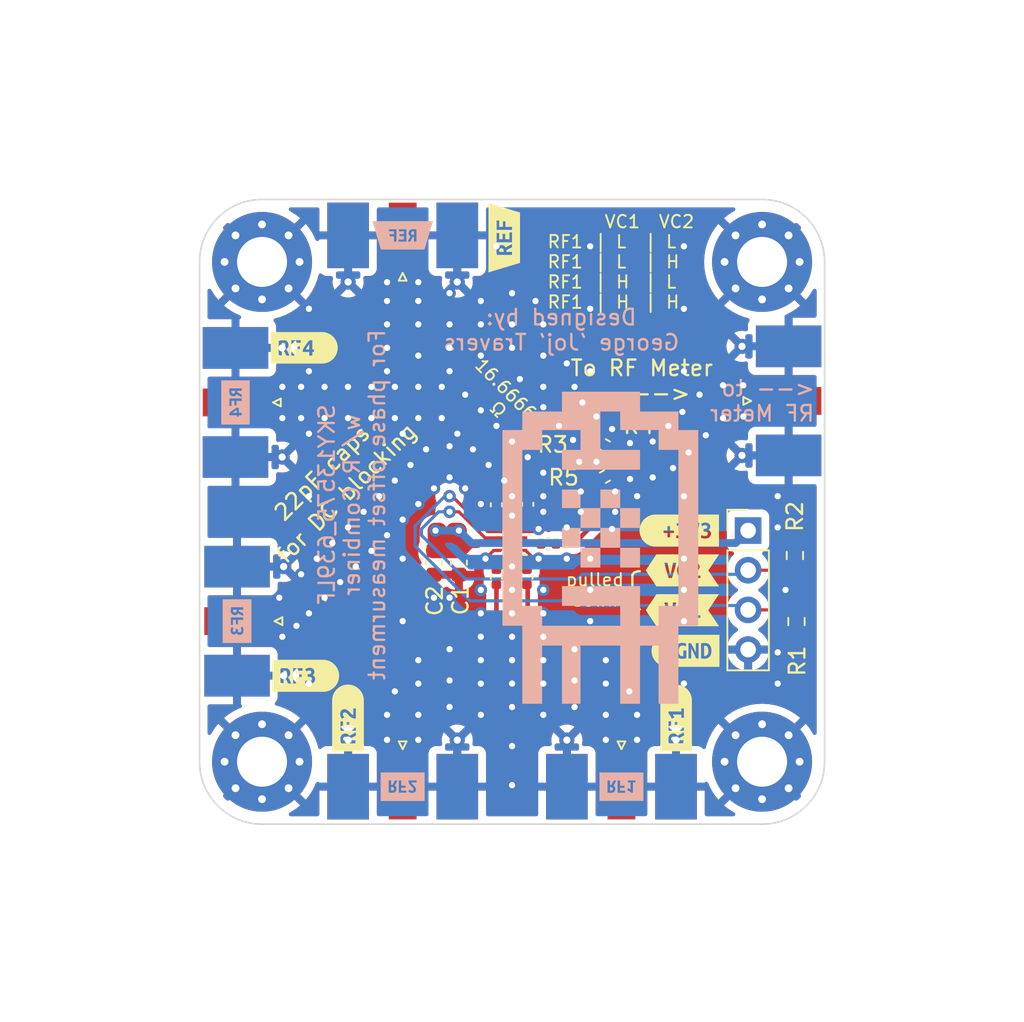
<source format=kicad_pcb>
(kicad_pcb (version 20211014) (generator pcbnew)

  (general
    (thickness 1.594)
  )

  (paper "A4")
  (layers
    (0 "F.Cu" jumper)
    (1 "In1.Cu" signal)
    (2 "In2.Cu" signal)
    (31 "B.Cu" signal)
    (32 "B.Adhes" user "B.Adhesive")
    (33 "F.Adhes" user "F.Adhesive")
    (34 "B.Paste" user)
    (35 "F.Paste" user)
    (36 "B.SilkS" user "B.Silkscreen")
    (37 "F.SilkS" user "F.Silkscreen")
    (38 "B.Mask" user)
    (39 "F.Mask" user)
    (40 "Dwgs.User" user "User.Drawings")
    (41 "Cmts.User" user "User.Comments")
    (42 "Eco1.User" user "User.Eco1")
    (43 "Eco2.User" user "User.Eco2")
    (44 "Edge.Cuts" user)
    (45 "Margin" user)
    (46 "B.CrtYd" user "B.Courtyard")
    (47 "F.CrtYd" user "F.Courtyard")
    (48 "B.Fab" user)
    (49 "F.Fab" user)
    (50 "User.1" user)
    (51 "User.2" user)
    (52 "User.3" user)
    (53 "User.4" user)
    (54 "User.5" user)
    (55 "User.6" user)
    (56 "User.7" user)
    (57 "User.8" user)
    (58 "User.9" user)
  )

  (setup
    (stackup
      (layer "F.SilkS" (type "Top Silk Screen") (color "White"))
      (layer "F.Paste" (type "Top Solder Paste"))
      (layer "F.Mask" (type "Top Solder Mask") (color "Purple") (thickness 0.01))
      (layer "F.Cu" (type "copper") (thickness 0.035))
      (layer "dielectric 1" (type "core") (thickness 0.49) (material "FR4") (epsilon_r 4.5) (loss_tangent 0.02))
      (layer "In1.Cu" (type "copper") (thickness 0.017))
      (layer "dielectric 2" (type "prepreg") (thickness 0.49) (material "FR4") (epsilon_r 4.5) (loss_tangent 0.02))
      (layer "In2.Cu" (type "copper") (thickness 0.017))
      (layer "dielectric 3" (type "core") (thickness 0.49) (material "FR4") (epsilon_r 4.5) (loss_tangent 0.02))
      (layer "B.Cu" (type "copper") (thickness 0.035))
      (layer "B.Mask" (type "Bottom Solder Mask") (color "Purple") (thickness 0.01))
      (layer "B.Paste" (type "Bottom Solder Paste"))
      (layer "B.SilkS" (type "Bottom Silk Screen") (color "White"))
      (copper_finish "None")
      (dielectric_constraints no)
    )
    (pad_to_mask_clearance 0)
    (pcbplotparams
      (layerselection 0x00010fc_ffffffff)
      (disableapertmacros false)
      (usegerberextensions false)
      (usegerberattributes true)
      (usegerberadvancedattributes true)
      (creategerberjobfile true)
      (svguseinch false)
      (svgprecision 6)
      (excludeedgelayer true)
      (plotframeref false)
      (viasonmask false)
      (mode 1)
      (useauxorigin false)
      (hpglpennumber 1)
      (hpglpenspeed 20)
      (hpglpendiameter 15.000000)
      (dxfpolygonmode true)
      (dxfimperialunits true)
      (dxfusepcbnewfont true)
      (psnegative false)
      (psa4output false)
      (plotreference true)
      (plotvalue true)
      (plotinvisibletext false)
      (sketchpadsonfab false)
      (subtractmaskfromsilk false)
      (outputformat 1)
      (mirror false)
      (drillshape 0)
      (scaleselection 1)
      (outputdirectory "gerbers")
    )
  )

  (net 0 "")
  (net 1 "+3V3")
  (net 2 "GND")
  (net 3 "2")
  (net 4 "Net-(C3-Pad2)")
  (net 5 "3")
  (net 6 "Net-(C4-Pad2)")
  (net 7 "Net-(C5-Pad1)")
  (net 8 "Net-(C5-Pad2)")
  (net 9 "4")
  (net 10 "Net-(C6-Pad2)")
  (net 11 "5")
  (net 12 "Net-(C7-Pad2)")
  (net 13 "VC1")
  (net 14 "VC2")
  (net 15 "1 (REF)")
  (net 16 "Net-(R3-Pad2)")
  (net 17 "Net-(J6-Pad1)")

  (footprint "kibuzzard-62EA5950" (layer "F.Cu") (at 215.5 31.45 90))

  (footprint "kibuzzard-62EA58B8" (layer "F.Cu") (at 226.9 55.3))

  (footprint "kibuzzard-63088E40" (layer "F.Cu") (at 205.5 62.2 90))

  (footprint "MountingHole:MountingHole_3.2mm_M3_Pad_Via" (layer "F.Cu") (at 232 33))

  (footprint "kibuzzard-62EA58A6" (layer "F.Cu") (at 227.1 57.9))

  (footprint "kibuzzard-63088E11" (layer "F.Cu") (at 226.5 62.2 90))

  (footprint "Capacitor_SMD:C_0402_1005Metric" (layer "F.Cu") (at 217 48.52 -90))

  (footprint "Capacitor_SMD:C_0402_1005Metric" (layer "F.Cu") (at 218.33 51.05))

  (footprint "Capacitor_SMD:C_0402_1005Metric" (layer "F.Cu") (at 215 53.18 90))

  (footprint "Resistor_SMD:R_0402_1005Metric" (layer "F.Cu") (at 223.86 45.75))

  (footprint "Connector_Coaxial:SMA_Molex_73251-2120_EdgeMount_Horizontal" (layer "F.Cu") (at 209 66.6 -90))

  (footprint "kibuzzard-63088E55" (layer "F.Cu") (at 202.8 59.5))

  (footprint "MountingHole:MountingHole_3.2mm_M3_Pad_Via" (layer "F.Cu") (at 200 33))

  (footprint "kibuzzard-63088E6B" (layer "F.Cu") (at 202.7 38.5))

  (footprint "Capacitor_SMD:C_0603_1608Metric" (layer "F.Cu") (at 212.6 52.25 -90))

  (footprint "Connector_Coaxial:SMA_Molex_73251-2120_EdgeMount_Horizontal" (layer "F.Cu") (at 209 31.3 90))

  (footprint "kibuzzard-62EA58C1" (layer "F.Cu") (at 226.9 52.75))

  (footprint "kibuzzard-62EA5893" (layer "F.Cu") (at 226.7 50.2))

  (footprint "MountingHole:MountingHole_3.2mm_M3_Pad_Via" (layer "F.Cu") (at 200 65))

  (footprint "RF:Skyworks_SKY13575_639LF" (layer "F.Cu") (at 216 50.87 180))

  (footprint "Connector_PinHeader_2.54mm:PinHeader_1x04_P2.54mm_Vertical" (layer "F.Cu") (at 231.106673 50.2))

  (footprint "Connector_Coaxial:SMA_Molex_73251-2120_EdgeMount_Horizontal" (layer "F.Cu") (at 233.7 41.9))

  (footprint "Capacitor_SMD:C_0402_1005Metric" (layer "F.Cu") (at 216.95 53.18 90))

  (footprint "Connector_Coaxial:SMA_Molex_73251-2120_EdgeMount_Horizontal" (layer "F.Cu") (at 223 66.6 -90))

  (footprint "Resistor_SMD:R_0402_1005Metric" (layer "F.Cu") (at 221.941673 44.755 -30))

  (footprint "Capacitor_SMD:C_0402_1005Metric" (layer "F.Cu") (at 215 48.55 -90))

  (footprint "Resistor_SMD:R_0603_1608Metric" (layer "F.Cu") (at 234.1 51.8 -90))

  (footprint "Capacitor_SMD:C_0603_1608Metric" (layer "F.Cu") (at 211 52.25 -90))

  (footprint "MountingHole:MountingHole_3.2mm_M3_Pad_Via" (layer "F.Cu") (at 232 65))

  (footprint "Connector_Coaxial:SMA_Molex_73251-2120_EdgeMount_Horizontal" (layer "F.Cu") (at 198.3 42 180))

  (footprint "Resistor_SMD:R_0603_1608Metric" (layer "F.Cu") (at 234.2 56.025 90))

  (footprint "Resistor_SMD:R_0402_1005Metric" (layer "F.Cu") (at 221.941673 46.745 30))

  (footprint "Connector_Coaxial:SMA_Molex_73251-2120_EdgeMount_Horizontal" (layer "F.Cu") (at 198.4 56 180))

  (footprint "kibuzzard-630892BB" (layer "B.Cu") (at 223 66.6))

  (footprint "Graphics:BEE" (layer "B.Cu") (at 221.65 51.3 180))

  (footprint "kibuzzard-630892D6" (layer "B.Cu") (at 209 66.6))

  (footprint "kibuzzard-63089270" (layer "B.Cu") (at 209 31.3 180))

  (footprint "kibuzzard-630892ED" (layer "B.Cu") (at 198.3 42 -90))

  (footprint "kibuzzard-630892E1" (layer "B.Cu") (at 198.4 56 -90))

  (gr_line (start 196 33) (end 196 65) (layer "Edge.Cuts") (width 0.1) (tstamp 3998dc9e-7b31-44da-ab3c-54318f1db859))
  (gr_arc (start 236 65) (mid 234.828427 67.828427) (end 232 69) (layer "Edge.Cuts") (width 0.1) (tstamp 5ce28a3d-ad76-4f11-8e73-46475ad6ee17))
  (gr_arc (start 196 33) (mid 197.171573 30.171573) (end 200 29) (layer "Edge.Cuts") (width 0.1) (tstamp 6ea13b63-3185-4073-9e61-3050f4643760))
  (gr_arc (start 200 69) (mid 197.171573 67.828427) (end 196 65) (layer "Edge.Cuts") (width 0.1) (tstamp 94920d4f-fe03-4fd5-9ec5-17917dc209f3))
  (gr_arc (start 232 29) (mid 234.828427 30.171573) (end 236 33) (layer "Edge.Cuts") (width 0.1) (tstamp 9e33a3d6-f1b5-4d14-adfd-76a59635b5e6))
  (gr_line (start 232 69) (end 200 69) (layer "Edge.Cuts") (width 0.1) (tstamp a57af9a1-066a-4889-8885-6649fcb0584f))
  (gr_line (start 236 33) (end 236 65) (layer "Edge.Cuts") (width 0.1) (tstamp d04b08c7-6a1f-4ee9-b649-e16eba3d10e5))
  (gr_line (start 200 29) (end 232 29) (layer "Edge.Cuts") (width 0.1) (tstamp f6f6a073-4e4b-421f-b04b-481957bb5dff))
  (gr_text "<-- to \nRF Meter" (at 232 41.9) (layer "B.SilkS") (tstamp 95527efb-8412-4866-af0c-1234e8e39a80)
    (effects (font (size 1 1) (thickness 0.15)) (justify mirror))
  )
  (gr_text "Designed by:\nGeorge 'Joj' Travers" (at 219.15 37.35) (layer "B.SilkS") (tstamp cc5fabb2-a37f-4232-84ad-70072800c032)
    (effects (font (size 1 1) (thickness 0.15)) (justify mirror))
  )
  (gr_text "SKY13575_639LF\nw/ R Combiner\nFor phase offset measurment" (at 205.75 48.55 90) (layer "B.SilkS") (tstamp f298b884-17b4-4424-9ca3-ef43244d2c7a)
    (effects (font (size 1 1) (thickness 0.15)) (justify mirror))
  )
  (gr_text "22pF caps" (at 203.85 46.5 45) (layer "F.SilkS") (tstamp 1f5effcc-6ff8-4d86-8883-37cb32f032e2)
    (effects (font (size 1 1) (thickness 0.15)))
  )
  (gr_text "pulled\ndown" (at 221.3 54) (layer "F.SilkS") (tstamp 3a69f885-c4ef-41c6-a210-84dd59d7f2a3)
    (effects (font (size 0.8 0.8) (thickness 0.12)))
  )
  (gr_text "for DC blocking\n" (at 205.4 47.8 45) (layer "F.SilkS") (tstamp 52ba0c7f-c134-48c6-a4c7-0821cb4c13cc)
    (effects (font (size 1 1) (thickness 0.15)))
  )
  (gr_text "16.6666...\nΩ" (at 215.55 42 315) (layer "F.SilkS") (tstamp 98dce703-9dc0-4afb-ab17-229165dfeb98)
    (effects (font (size 0.8 0.8) (thickness 0.12)))
  )
  (gr_text "To RF Meter\n---->" (at 224.3 40.6) (layer "F.SilkS") (tstamp a32039c6-2c9a-445d-af62-18f7085afbc6)
    (effects (font (size 1 1) (thickness 0.15)))
  )
  (gr_text "      VC1  VC2\nRF1	| L	| L\nRF1	| L	| H\nRF1	| H	| L\nRF1	| H	| H" (at 218.2 33) (layer "F.SilkS") (tstamp c84a9632-b465-487d-8f1a-dfe8852b10ba)
    (effects (font (size 0.8 0.8) (thickness 0.12)) (justify left))
  )
  (gr_text "{" (at 223.7 53.9) (layer "F.SilkS") (tstamp ebac0680-6c52-451a-ace6-a78c53c7ac7d)
    (effects (font (size 1.6 2.5) (thickness 0.15)))
  )

  (segment (start 213.005 51.07) (end 213.78 51.07) (width 0.5) (layer "F.Cu") (net 1) (tstamp 012268fc-6686-4df6-85b4-c4092a2d6999))
  (segment (start 212.6 51.475) (end 213.005 51.07) (width 1) (layer "F.Cu") (net 1) (tstamp 3a218f8d-2fd0-4f46-ac65-e4882e31e4c2))
  (segment (start 211.1 51.375) (end 211 51.475) (width 1) (layer "F.Cu") (net 1) (tstamp 3ebc2cd3-9c56-46ef-a651-31fd440b33ea))
  (segment (start 215.07 51.07) (end 215.0695 51.0695) (width 0.2) (layer "F.Cu") (net 1) (tstamp 4ae2ca0b-cfc3-489f-b8dd-0e49a3eafa97))
  (segment (start 211.325 50.2) (end 212.6 51.475) (width 1) (layer "F.Cu") (net 1) (tstamp 5a893204-fa1d-4770-a27a-379266860f24))
  (segment (start 211.1 50.2) (end 211.1 51.375) (width 1) (layer "F.Cu") (net 1) (tstamp 5aa54319-13d9-46f1-880d-a9136faf2327))
  (segment (start 211.1 50.2) (end 211.325 50.2) (width 1) (layer "F.Cu") (net 1) (tstamp 90e4896c-d187-4981-90df-0aab2b236d31))
  (segment (start 212.6 50.2) (end 212.6 51.475) (width 1) (layer "F.Cu") (net 1) (tstamp a145ae44-c7d4-424e-acd7-54fbaf96eb64))
  (segment (start 212.6 50.2) (end 212.275 50.2) (width 1) (layer "F.Cu") (net 1) (tstamp b08f37fb-9524-4644-a28d-57b016079b92))
  (segment (start 215.228 51.07) (end 213.92 51.07) (width 0.2) (layer "F.Cu") (net 1) (tstamp bd28e9cf-9b69-4574-abdb-87d104571a0e))
  (segment (start 212.6 51.475) (end 211 51.475) (width 1) (layer "F.Cu") (net 1) (tstamp d9c6f7ae-7385-46ae-a461-752729b08fa2))
  (segment (start 213.92 51.07) (end 213.78 51.07) (width 0.2) (layer "F.Cu") (net 1) (tstamp dd0e9123-2464-4835-9bb2-c96dce7c33bf))
  (segment (start 212.275 50.2) (end 211 51.475) (width 1) (layer "F.Cu") (net 1) (tstamp e0881201-a753-4531-b97b-4c2f5e47a2f6))
  (segment (start 212.6 51.475) (end 212.825 51.25) (width 0.5) (layer "F.Cu") (net 1) (tstamp e8291981-9d46-4e1a-a8fa-fcd0df263b8c))
  (segment (start 215.228 51.07) (end 215.07 51.07) (width 0.2) (layer "F.Cu") (net 1) (tstamp eca987e9-313e-4721-97de-ecc1c4e35eb2))
  (via (at 212.6 50.2) (size 0.8) (drill 0.4) (layers "F.Cu" "B.Cu") (free) (net 1) (tstamp 1b8d8bc1-4f2e-4501-8438-1a4b93377fc8))
  (via (at 211.1 50.2) (size 0.8) (drill 0.4) (layers "F.Cu" "B.Cu") (free) (net 1) (tstamp ddbdc4b8-0f7c-4034-a885-d40bfc8a1284))
  (segment (start 211.1 50.2) (end 212.6 50.2) (width 0.5) (layer "B.Cu") (net 1) (tstamp 19a00be9-a5d1-416f-8b4b-30ee690c46dd))
  (segment (start 230.306673 51) (end 231.106673 50.2) (width 0.5) (layer "B.Cu") (net 1) (tstamp 254a9178-d73e-4452-9487-7c26170c86cb))
  (segment (start 212.6 50.2) (end 213.4 51) (width 0.5) (layer "B.Cu") (net 1) (tstamp 6d55165d-9776-4c31-b093-70c4e14afe4f))
  (segment (start 213.4 51) (end 230.306673 51) (width 0.5) (layer "B.Cu") (net 1) (tstamp ba4fe843-d30c-4dbc-aa4b-0ca253c4adfb))
  (segment (start 216 50.87) (end 216 51.642) (width 0.2) (layer "F.Cu") (net 2) (tstamp 1b2fdd7f-525c-47e2-9a26-d3e410155653))
  (segment (start 217.532 50.268) (end 217.7 50.1) (width 0.2) (layer "F.Cu") (net 2) (tstamp 2934886d-7016-4ba8-a26f-b19c23b5cc52))
  (segment (start 216.866 50.268) (end 217.532 50.268) (width 0.2) (layer "F.Cu") (net 2) (tstamp 650b0955-b17e-41ce-b1c5-0af548e32da7))
  (segment (start 216 51.642) (end 216 52.5) (width 0.2) (layer "F.Cu") (net 2) (tstamp 7ddc6a9d-5d1d-41e2-b9a4-3f0f93bab3e4))
  (segment (start 215.128 51.47) (end 214.83 51.47) (width 0.2) (layer "F.Cu") (net 2) (tstamp 86460793-718d-4830-b3ba-87ca7513d922))
  (segment (start 216 49.25) (end 216 50.098) (width 0.2) (layer "F.Cu") (net 2) (tstamp 8cbbaf91-ccdb-41f9-862d-7f3a892ba1d1))
  (segment (start 214.83 51.47) (end 214.3 52) (width 0.2) (layer "F.Cu") (net 2) (tstamp 8fbcbc16-546e-4ab2-a054-2d942751a032))
  (segment (start 216 50.87) (end 216 50.098) (width 0.2) (layer "F.Cu") (net 2) (tstamp 917b000a-a18f-4a64-a780-62e0595db609))
  (segment (start 216.2 50.67) (end 216.772 50.67) (width 0.2) (layer "F.Cu") (net 2) (tstamp a8f5055d-04b1-447d-9ff6-779ca17d1016))
  (segment (start 217.7 52) (end 217.395 52) (width 0.2) (layer "F.Cu") (net 2) (tstamp aa0714cf-e37c-44fd-88b7-25fd422edf82))
  (segment (start 216 50.87) (end 216.2 50.67) (width 0.2) (layer "F.Cu") (net 2) (tstamp d2a556ef-9a00-4a95-8130-46464cb7dcb0))
  (segment (start 217.395 52) (end 216.866 51.471) (width 0.2) (layer "F.Cu") (net 2) (tstamp d340e135-1d3f-482c-a753-467588eaca45))
  (via (at 227 36) (size 0.8) (drill 0.4) (layers "F.Cu" "B.Cu") (free) (net 2) (tstamp 00fecde9-3a73-4265-8a21-a317b21f85d8))
  (via (at 222.4 43.7) (size 0.8) (drill 0.4) (layers "F.Cu" "B.Cu") (free) (net 2) (tstamp 058cb416-3110-4ca2-a5c7-25fd0d4cf472))
  (via (at 221 32) (size 0.8) (drill 0.4) (layers "F.Cu" "B.Cu") (free) (net 2) (tstamp 08445f36-01bc-4668-8d28-c0c2f74c1133))
  (via (at 223.55 46.9) (size 0.8) (drill 0.4) (layers "F.Cu" "B.Cu") (free) (net 2) (tstamp 0a93d9fb-34d1-4fef-932c-42bd240ec7b9))
  (via (at 217.7 50.1) (size 0.8) (drill 0.4) (layers "F.Cu" "B.Cu") (free) (net 2) (tstamp 0ad2b623-a2c8-4b0c-9c8c-c3aeafc98bc6))
  (via (at 220 41) (size 0.8) (drill 0.4) (layers "F.Cu" "B.Cu") (free) (net 2) (tstamp 0ba4f1c6-6494-4422-be1d-83b023f8eb82))
  (via locked (at 216 54) (size 0.8) (drill 0.4) (layers "F.Cu" "B.Cu") (free) (net 2) (tstamp 1341cd6c-5789-4df1-b016-7e8e41105160))
  (via (at 218 62) (size 0.8) (drill 0.4) (layers "F.Cu" "B.Cu") (free) (net 2) (tstamp 1716b898-e66f-46bd-bee9-93a6b4a4f037))
  (via (at 220 57.8) (size 0.8) (drill 0.4) (layers "F.Cu" "B.Cu") (free) (net 2) (tstamp 18cc154f-ba80-4057-81c3-4290304b5fda))
  (via (at 210 58.5) (size 0.8) (drill 0.4) (layers "F.Cu" "B.Cu") (free) (net 2) (tstamp 1915f54d-da6e-4165-8fa2-7c6f2816d55b))
  (via locked (at 214 48.5) (size 0.8) (drill 0.4) (layers "F.Cu" "B.Cu") (free) (net 2) (tstamp 19a2a29a-5c4d-48be-8768-ed1c2bc70556))
  (via (at 224 48) (size 0.8) (drill 0.4) (layers "F.Cu" "B.Cu") (free) (net 2) (tstamp 1b44b85d-f406-493c-b386-e6cc2fdbf5bd))
  (via locked (at 205.5 43) (size 0.8) (drill 0.4) (layers "F.Cu" "B.Cu") (free) (net 2) (tstamp 1b98a9c9-780a-4280-8613-e06c8a6542a7))
  (via (at 206.5 49) (size 0.8) (drill 0.4) (layers "F.Cu" "B.Cu") (free) (net 2) (tstamp 1c98b871-00e6-41be-84d9-0be5c3362a80))
  (via locked (at 211.5 43) (size 0.8) (drill 0.4) (layers "F.Cu" "B.Cu") (free) (net 2) (tstamp 1f78e17f-9c8f-46fb-b7a8-3492e30e2836))
  (via (at 205.5 50) (size 0.8) (drill 0.4) (layers "F.Cu" "B.Cu") (free) (net 2) (tstamp 2117f550-e61c-447a-89ae-70610be58a21))
  (via (at 216 66.5) (size 0.8) (drill 0.4) (layers "F.Cu" "B.Cu") (free) (net 2) (tstamp 24f723f9-809a-47f2-b54c-b3898d76c4ce))
  (via (at 233 48) (size 0.8) (drill 0.4) (layers "F.Cu" "B.Cu") (free) (net 2) (tstamp 255512c3-5073-41b3-956c-d12ce5d8aacf))
  (via locked (at 204 41) (size 0.8) (drill 0.4) (layers "F.Cu" "B.Cu") (free) (net 2) (tstamp 2598cc34-98d0-4020-8b04-cabe01b13658))
  (via (at 217 45.5) (size 0.8) (drill 0.4) (layers "F.Cu" "B.Cu") (free) (net 2) (tstamp 2a08f103-d0b9-4ca2-b83e-a8fc91329683))
  (via (at 225 46.8) (size 0.8) (drill 0.4) (layers "F.Cu" "B.Cu") (free) (net 2) (tstamp 2a90d3fd-8bfc-4cfd-a1e0-5d4d003e9464))
  (via (at 210 39) (size 0.8) (drill 0.4) (layers "F.Cu" "B.Cu") (free) (net 2) (tstamp 2c245652-8dfe-4146-9a43-7c1d1d67832b))
  (via (at 221 56) (size 0.8) (drill 0.4) (layers "F.Cu" "B.Cu") (free) (net 2) (tstamp 2d98257d-8c8d-42c5-b7f6-4b33c63c49e3))
  (via (at 227.3 45.2) (size 0.8) (drill 0.4) (layers "F.Cu" "B.Cu") (free) (net 2) (tstamp 31bbd525-83b6-412d-a6d2-3545c4036c0e))
  (via locked (at 216 55.5) (size 0.8) (drill 0.4) (layers "F.Cu" "B.Cu") (free) (net 2) (tstamp 32969468-aaa1-44bb-ada4-7a32e0f041d4))
  (via (at 218 42.3) (size 0.8) (drill 0.4) (layers "F.Cu" "B.Cu") (free) (net 2) (tstamp 3329956b-100e-4d45-983d-07793442e7ca))
  (via (at 220.4 49) (size 0.8) (drill 0.4) (layers "F.Cu" "B.Cu") (free) (net 2) (tstamp 372a209e-987e-4529-87e0-dfd368857911))
  (via locked (at 205.5 41) (size 0.8) (drill 0.4) (layers "F.Cu" "B.Cu") (free) (net 2) (tstamp 378f88a8-6c14-40a4-aa65-02da4cbe7481))
  (via (at 219.5 39.5) (size 0.8) (drill 0.4) (layers "F.Cu" "B.Cu") (free) (net 2) (tstamp 39bf9596-a440-4860-97cd-1823ddb99479))
  (via (at 233 50) (size 0.8) (drill 0.4) (layers "F.Cu" "B.Cu") (free) (net 2) (tstamp 3b125daf-3a2b-4d6f-b655-0d3f87559548))
  (via locked (at 214 57) (size 0.8) (drill 0.4) (layers "F.Cu" "B.Cu") (free) (net 2) (tstamp 3b470c73-c719-4f84-89f2-4aa97414be8e))
  (via (at 208 37) (size 0.8) (drill 0.4) (layers "F.Cu" "B.Cu") (free) (net 2) (tstamp 3cee44e4-bf19-47a8-86f3-858e4d0987c1))
  (via (at 216 44.5) (size 0.8) (drill 0.4) (layers "F.Cu" "B.Cu") (free) (net 2) (tstamp 3f05fe49-40df-4738-aaab-4a2c80dae190))
  (via (at 209 49.5) (size 0.8) (drill 0.4) (layers "F.Cu" "B.Cu") (free) (net 2) (tstamp 406e2c3c-4b49-4eaf-8a2e-86ee008e22e3))
  (via (at 217.5 35.5) (size 0.8) (drill 0.4) (layers "F.Cu" "B.Cu") (free) (net 2) (tstamp 40d9a8a9-d0c4-43f4-98e0-c48223aebc1a))
  (via (at 216 52.5) (size 0.8) (drill 0.4) (layers "F.Cu" "B.Cu") (free) (net 2) (tstamp 40ddd1a0-6d10-4958-9f8a-3b6c253f7f80))
  (via (at 227 32) (size 0.8) (drill 0.4) (layers "F.Cu" "B.Cu") (free) (net 2) (tstamp 41d396c0-b9ff-4bdf-bd86-fc22ef761e94))
  (via (at 216 61.5) (size 0.8) (drill 0.4) (layers "F.Cu" "B.Cu") (free) (net 2) (tstamp 42ed7ad0-6591-4afb-ade4-8a4300b9b1f8))
  (via (at 220 61.5) (size 0.8) (drill 0.4) (layers "F.Cu" "B.Cu") (free) (net 2) (tstamp 44946c8a-b659-45a1-8fb9-87d8da314729))
  (via (at 210 62) (size 0.8) (drill 0.4) (layers "F.Cu" "B.Cu") (free) (net 2) (tstamp 44bd0bee-9481-4ffe-aed8-a46a9783c521))
  (via (at 203 48) (size 0.8) (drill 0.4) (layers "F.Cu" "B.Cu") (free) (net 2) (tstamp 455acfe8-06e8-4fc5-847e-f93f4a0c8fe7))
  (via (at 212 59.8) (size 0.8) (drill 0.4) (layers "F.Cu" "B.Cu") (free) (net 2) (tstamp 461c638f-db35-413c-8439-f9940e05c935))
  (via locked (at 204 43) (size 0.8) (drill 0.4) (layers "F.Cu" "B.Cu") (free) (net 2) (tstamp 47cebe47-3d3b-4265-9978-981b0832f80d))
  (via (at 208 50.5) (size 0.8) (drill 0.4) (layers "F.Cu" "B.Cu") (free) (net 2) (tstamp 4cf0cd3f-a3d3-4272-839c-6db84a7a5f34))
  (via (at 223.55 44.6) (size 0.8) (drill 0.4) (layers "F.Cu" "B.Cu") (free) (net 2) (tstamp 4d389db9-9ead-46d3-92f6-18394d029fd6))
  (via (at 210 37) (size 0.8) (drill 0.4) (layers "F.Cu" "B.Cu") (free) (net 2) (tstamp 4f3072e8-96e4-4457-90cc-8e7df315d62b))
  (via (at 224 62) (size 0.8) (drill 0.4) (layers "F.Cu" "B.Cu") (free) (net 2) (tstamp 4ff7535b-ddd8-495f-83a9-936a3edcd7bc))
  (via (at 227 56) (size 0.8) (drill 0.4) (layers "F.Cu" "B.Cu") (free) (net 2) (tstamp 52374a24-3850-42e8-9d43-9251470779a4))
  (via (at 220.4 47.7) (size 0.8) (drill 0.4) (layers "F.Cu" "B.Cu") (free) (net 2) (tstamp 5283864c-6e47-4bca-9526-653c8db7f903))
  (via (at 221 40) (size 0.8) (drill 0.4) (layers "F.Cu" "B.Cu") (free) (net 2) (tstamp 52dfa6e5-6b71-4e15-9326-a2f4f354ede2))
  (via (at 222.6 47.7) (size 0.8) (drill 0.4) (layers "F.Cu" "B.Cu") (free) (net 2) (tstamp 543f0219-51b9-400f-a136-4ccd96c292c0))
  (via (at 210 48.5) (size 0.8) (drill 0.4) (layers "F.Cu" "B.Cu") (free) (net 2) (tstamp 55db03f2-7719-431d-8529-5749733b8ff3))
  (via (at 229.5 40.9) (size 0.8) (drill 0.4) (layers "F.Cu" "B.Cu") (free) (net 2) (tstamp 563dd563-7477-4695-a698-df81d2123a4a))
  (via (at 214 35.5) (size 0.8) (drill 0.4) (layers "F.Cu" "B.Cu") (free) (net 2) (tstamp 56c5be11-a204-4082-8130-d4c68d9e4c0d))
  (via (at 218 39) (size 0.8) (drill 0.4) (layers "F.Cu" "B.Cu") (free) (net 2) (tstamp 59a8f73a-5061-4cb0-927c-4eb93a5f4f96))
  (via (at 201.3 57) (size 0.8) (drill 0.4) (layers "F.Cu" "B.Cu") (free) (net 2) (tstamp 5a769698-4c2f-42ba-bb8e-4295634bb174))
  (via (at 212 38.5) (size 0.8) (drill 0.4) (layers "F.Cu" "B.Cu") (free) (net 2) (tstamp 5cb54571-25a4-441a-bb99-7994527de3a7))
  (via locked (at 207 41) (size 0.8) (drill 0.4) (layers "F.Cu" "B.Cu") (free) (net 2) (tstamp 5d4c84be-22b6-47f8-a17d-381e4a1f82d2))
  (via (at 208 35.5) (size 0.8) (drill 0.4) (layers "F.Cu" "B.Cu") (free) (net 2) (tstamp 6307565d-34be-412d-8166-b2ffc22dcd81))
  (via (at 221.4 42.9) (size 0.8) (drill 0.4) (layers "F.Cu" "B.Cu") (free) (net 2) (tstamp 63626aa6-3f91-4204-86d7-487cd8f4f078))
  (via (at 203 36) (size 0.8) (drill 0.4) (layers "F.Cu" "B.Cu") (free) (net 2) (tstamp 64b7ae3d-e52a-4589-a7dd-e2e27f02c003))
  (via (at 222.4 50.1) (size 0.8) (drill 0.4) (layers "F.Cu" "B.Cu") (free) (net 2) (tstamp 64d67321-7975-4a4c-bc93-847a568984a1))
  (via (at 212 44.8) (size 0.8) (drill 0.4) (layers "F.Cu" "B.Cu") (free) (net 2) (tstamp 6633cb50-b23d-4a0b-9698-21fb9d4d6d5c))
  (via locked (at 208.5 43) (size 0.8) (drill 0.4) (layers "F.Cu" "B.Cu") (free) (net 2) (tstamp 68fc9b63-876b-4c6b-a8c0-b4628d456b64))
  (via (at 227 40) (size 0.8) (drill 0.4) (layers "F.Cu" "B.Cu") (free) (net 2) (tstamp 6e48bb35-e2cb-401a-9021-06bb4ca0a976))
  (via (at 221 52) (size 0.8) (drill 0.4) (layers "F.Cu" "B.Cu") (free) (net 2) (tstamp 70a942fb-6c97-4f5c-b03f-11dac46d7ab6))
  (via locked (at 214 54) (size 0.8) (drill 0.4) (layers "F.Cu" "B.Cu") (free) (net 2) (tstamp 70d502a5-45c1-4117-9d10-72bdc32b288b))
  (via (at 211 47.5) (size 0.8) (drill 0.4) (layers "F.Cu" "B.Cu") (free) (net 2) (tstamp 75a9ab9f-7113-4123-b222-5c2843b76ad8))
  (via (at 227 48) (size 0.8) (drill 0.4) (layers "F.Cu" "B.Cu") (free) (net 2) (tstamp 771f3550-cad0-46e9-ab2f-697df58ee85d))
  (via (at 208 38.5) (size 0.8) (drill 0.4) (layers "F.Cu" "B.Cu") (free) (net 2) (tstamp 7751e3c3-94a4-4895-8b77-059977f57aa9))
  (via locked (at 216 57) (size 0.8) (drill 0.4) (layers "F.Cu" "B.Cu") (free) (net 2) (tstamp 7c22aa6c-eadd-48db-a00d-55591df28f3d))
  (via (at 203 44) (size 0.8) (drill 0.4) (layers "F.Cu" "B.Cu") (free) (net 2) (tstamp 7d469328-7407-4aca-8511-0abdd95df6f9))
  (via (at 217.7 52) (size 0.8) (drill 0.4) (layers "F.Cu" "B.Cu") (free) (net 2) (tstamp 7d9c3beb-93a9-495a-a436-9a8fd2df5f2e))
  (via (at 203.5 52) (size 0.8) (drill 0.4) (layers "F.Cu" "B.Cu") (free) (net 2) (tstamp 7ec89c72-c37d-4601-b2b4-3cd058dd6e49))
  (via (at 206 52.5) (size 0.8) (drill 0.4) (layers "F.Cu" "B.Cu") (free) (net 2) (tstamp 7f9e92d5-a54b-4c05-8629-55bf9fda739f))
  (via (at 223.5 60.5) (size 0.8) (drill 0.4) (layers "F.Cu" "B.Cu") (free) (net 2) (tstamp 7fb7631f-5df3-46c1-b7f3-0cb591d95918))
  (via locked (at 202.5 41) (size 0.8) (drill 0.4) (layers "F.Cu" "B.Cu") (free) (net 2) (tstamp 80e805d5-3814-4688-91af-a6e79908c0b9))
  (via (at 222 58.5) (size 0.8) (drill 0.4) (layers "F.Cu" "B.Cu") (free) (net 2) (tstamp 819fbaa0-1124-4f74-895e-8be34c6af827))
  (via (at 212 54.5) (size 0.8) (drill 0.4) (layers "F.Cu" "B.Cu") (free) (net 2) (tstamp 81c07b13-d05c-4223-b69c-199656244b2f))
  (via (at 216 35) (size 0.8) (drill 0.4) (layers "F.Cu" "B.Cu") (free) (net 2) (tstamp 82ceedec-b6b4-462a-b251-1084ef79f6a5))
  (via (at 208 62) (size 0.8) (drill 0.4) (layers "F.Cu" "B.Cu") (free) (net 2) (tstamp 82f2f0d3-7cef-429a-a4ae-16d7ce20ca8f))
  (via (at 214 37) (size 0.8) (drill 0.4) (layers "F.Cu" "B.Cu") (free) (net 2) (tstamp 872ba0bb-ecc4-4f00-b4e3-d415c9ef6aca))
  (via (at 228.4 44.1) (size 0.8) (drill 0.4) (layers "F.Cu" "B.Cu") (free) (net 2) (tstamp 87c33ab6-b26c-4b3b-9291-839920b2f855))
  (via (at 233.5 54) (size 0.8) (drill 0.4) (layers "F.Cu" "B.Cu") (free) (net 2) (tstamp 87d8d93a-05b3-48b7-baa7-bef9a0477104))
  (via locked (at 213 47.5) (size 0.8) (drill 0.4) (layers "F.Cu" "B.Cu") (free) (net 2) (tstamp 88340dd0-2350-489e-8f14-7fa83089c6df))
  (via (at 221 54) (size 0.8) (drill 0.4) (layers "F.Cu" "B.Cu") (free) (net 2) (tstamp 8b421e2a-49e7-4f4e-a808-b01d27299651))
  (via (at 208 40) (size 0.8) (drill 0.4) (layers "F.Cu" "B.Cu") (free) (net 2) (tstamp 8dbd6f93-8c1c-4778-9488-ed8544ac9a8b))
  (via (at 222 60) (size 0.8) (drill 0.4) (layers "F.Cu" "B.Cu") (free) (net 2) (tstamp 8e3404c5-4741-4aa7-9a2e-45975a2b842a))
  (via (at 215 43.5) (size 0.8) (drill 0.4) (layers "F.Cu" "B.Cu") (free) (net 2) (tstamp 8e8c4dc2-676a-4b44-bac4-aacc5cab387c))
  (via (at 203 40) (size 0.8) (drill 0.4) (layers "F.Cu" "B.Cu") (free) (net 2) (tstamp 901d5787-dbb3-477b-be15-cc48f91a7f1b))
  (via (at 203 60) (size 0.8) (drill 0.4) (layers "F.Cu" "B.Cu") (free) (net 2) (tstamp 90f54109-a12c-4a51-937b-d2bc0dfa954c))
  (via (at 222 63.6) (size 0.8) (drill 0.4) (layers "F.Cu" "B.Cu") (free) (net 2) (tstamp 932dff0b-d677-4090-9cb7-24d5fdc64ea9))
  (via (at 224 63.6) (size 0.8) (drill 0.4) (layers "F.Cu" "B.Cu") (free) (net 2) (tstamp 9379f045-cf37-4d7f-8781-23dc62c02e29))
  (via locked (at 210 43) (size 0.8) (drill 0.4) (layers "F.Cu" "B.Cu") (free) (net 2) (tstamp 93bbb2e6-ee60-43d1-be79-72396dfca293))
  (via (at 205 53.5) (size 0.8) (drill 0.4) (layers "F.Cu" "B.Cu") (free) (net 2) (tstamp 9637fac9-b292-4d88-8447-636459e6b9c8))
  (via locked (at 202.5 43) (size 0.8) (drill 0.4) (layers "F.Cu" "B.Cu") (free) (net 2) (tstamp 96543279-6bb4-4347-8464-030537020b55))
  (via locked (at 213 41.5) (size 0.8) (drill 0.4) (layers "F.Cu" "B.Cu") (free) (net 2) (tstamp 96d12ac8-73ef-4eeb-b7d3-2ea689a6ebb9))
  (via (at 214 39) (size 0.8) (drill 0.4) (layers "F.Cu" "B.Cu") (free) (net 2) (tstamp 97cf4e0b-d078-470a-8f68-d8e6793139f0))
  (via (at 218 46.5) (size 0.8) (drill 0.4) (layers "F.Cu" "B.Cu") (free) (net 2) (tstamp 98f015d3-7bce-4363-8fac-c9a38aec5b7b))
  (via (at 212 37) (size 0.8) (drill 0.4) (layers "F.Cu" "B.Cu") (free) (net 2) (tstamp 9ac3f552-3711-4a35-99e8-6bfdf7596b9b))
  (via (at 222.6 49) (size 0.8) (drill 0.4) (layers "F.Cu" "B.Cu") (free) (net 2) (tstamp 9b512598-d701-4ab6-ae1d-142d0fb860c1))
  (via locked (at 213.5 45) (size 0.8) (drill 0.4) (layers "F.Cu" "B.Cu") (free) (net 2) (tstamp 9c74c2fa-f28a-4a47-a17a-b4f997ca01db))
  (via (at 216 37) (size 0.8) (drill 0.4) (layers "F.Cu" "B.Cu") (free) (net 2) (tstamp 9ec3bd90-65db-4100-917e-cc2406085c3b))
  (via (at 210 60) (size 0.8) (drill 0.4) (layers "F.Cu" "B.Cu") (free) (net 2) (tstamp a1e2c38d-31de-4e3d-9597-f7340a8465c6))
  (via (at 204.5 51) (size 0.8) (drill 0.4) (layers "F.Cu" "B.Cu") (free) (net 2) (tstamp a26f4b65-2e78-4cf2-a385-1c2a1b11ad6b))
  (via (at 214 58.5) (size 0.8) (drill 0.4) (layers "F.Cu" "B.Cu") (free) (net 2) (tstamp a2d5937a-83cd-4314-834b-76b31332c38a))
  (via (at 212 40) (size 0.8) (drill 0.4) (layers "F.Cu" "B.Cu") (free) (net 2) (tstamp a41a37cc-b547-4cdf-aa6d-690a3846f8da))
  (via (at 221 36) (size 0.8) (drill 0.4) (layers "F.Cu" "B.Cu") (free) (net 2) (tstamp a42ef56f-a8d3-4e21-b85b-8f2108ce52bb))
  (via locked (at 207 43) (size 0.8) (drill 0.4) (layers "F.Cu" "B.Cu") (free) (net 2) (tstamp a56c0f82-4912-44e7-97cc-ae461431740a))
  (via (at 220 59.8) (size 0.8) (drill 0.4) (layers "F.Cu" "B.Cu") (free) (net 2) (tstamp a6060585-cef0-407b-a721-7f7604d7f52e))
  (via locked (at 212.5 44) (size 0.8) (drill 0.4) (layers "F.Cu" "B.Cu") (free) (net 2) (tstamp a7cac0af-f9df-4b6a-a77b-adfe765098b0))
  (via (at 218 58.5) (size 0.8) (drill 0.4) (layers "F.Cu" "B.Cu") (free) (net 2) (tstamp a7fcec15-d9a6-48e5-b360-6bc349a0cb8a))
  (via (at 207.5 48) (size 0.8) (drill 0.4) (layers "F.Cu" "B.Cu") (free) (net 2) (tstamp a98e61e1-8967-4f8d-8bdb-7dd97cb66bcf))
  (via locked (at 216 49.25) (size 0.8) (drill 0.4) (layers "F.Cu" "B.Cu") (free) (net 2) (tstamp aaeb990d-9527-4c74-a917-c9f81d04df4c))
  (via (at 204 54.5) (size 0.8) (drill 0.4) (layers "F.Cu" "B.Cu") (free) (net 2) (tstamp ad7c5399-c837-43e6-829e-2c1f8e5139eb))
  (via (at 202.2 56.3) (size 0.8) (drill 0.4) (layers "F.Cu" "B.Cu") (free) (net 2) (tstamp ae1121e4-62fa-42fa-83fe-e0d776de1103))
  (via (at 219.9 44.4) (size 0.8) (drill 0.4) (layers "F.Cu" "B.Cu") (free) (net 2) (tstamp aef4258d-3a84-40cc-bfd2-1f95398db764))
  (via (at 214 62) (size 0.8) (drill 0.4) (layers "F.Cu" "B.Cu") (free) (net 2) (tstamp b0e79041-b8ec-4a17-9678-bf333817b709))
  (via locked (at 211.5 41) (size 0.8) (drill 0.4) (layers "F.Cu" "B.Cu") (free) (net 2) (tstamp b0febf62-b493-4b41-ad10-92b0db9c535c))
  (via locked (at 218 54) (size 0.8) (drill 0.4) (layers "F.Cu" "B.Cu") (free) (net 2) (tstamp b14bc7be-933b-4986-aaf8-6188b1ccd182))
  (via (at 207 51.5) (size 0.8) (drill 0.4) (layers "F.Cu" "B.Cu") (free) (net 2) (tstamp b32e76a5-4b17-4c80-86ef-3c5e2e54970e))
  (via (at 215 32) (size 0.8) (drill 0.4) (layers "F.Cu" "B.Cu") (free) (net 2) (tstamp b415d37f-f4e4-4f76-8481-f748353be347))
  (via (at 216 58.5) (size 0.8) (drill 0.4) (layers "F.Cu" "B.Cu") (free) (net 2) (tstamp b4bd843d-4bef-46ca-8cb2-b52eebf21c1b))
  (via (at 226 43.5) (size 0.8) (drill 0.4) (layers "F.Cu" "B.Cu") (free) (net 2) (tstamp b606529d-0cc7-423d-99d8-a7d43ca09226))
  (via (at 212 61.5) (size 0.8) (drill 0.4) (layers "F.Cu" "B.Cu") (free) (net 2) (tstamp b7ebb02c-6234-46a9-a7e5-694d5cde2d02))
  (via (at 218 60) (size 0.8) (drill 0.4) (layers "F.Cu" "B.Cu") (free) (net 2) (tstamp b7f15eb8-e935-4947-860c-e665b962f512))
  (via (at 212 57.8) (size 0.8) (drill 0.4) (layers "F.Cu" "B.Cu") (free) (net 2) (tstamp b9c12d1e-4866-4562-8381-87956a09beaf))
  (via (at 229.5 43) (size 0.8) (drill 0.4) (layers "F.Cu" "B.Cu") (free) (net 2) (tstamp bd555f92-66b1-42d7-ac91-e2a59f7fe5b9))
  (via locked (at 208.5 41) (size 0.8) (drill 0.4) (layers "F.Cu" "B.Cu") (free) (net 2) (tstamp be7202b2-8473-4304-859e-feed5bda1998))
  (via (at 220.3 45.8) (size 0.8) (drill 0.4) (layers "F.Cu" "B.Cu") (free) (net 2) (tstamp bef10990-ded5-4924-a595-ad6bc1e88b1e))
  (via (at 216 64) (size 0.8) (drill 0.4) (layers "F.Cu" "B.Cu") (free) (net 2) (tstamp bf2ad784-389c-46f8-bcb0-a3db6d3c5ad5))
  (via (at 209 44) (size 0.8) (drill 0.4) (layers "F.Cu" "B.Cu") (free) (net 2) (tstamp bf3334a1-e81f-4e46-b127-97748c074577))
  (via (at 212 35) (size 0.8) (drill 0.4) (layers "F.Cu" "B.Cu") (free) (net 2) (tstamp c03c6854-09cd-46c6-b9cf-a2753b5e3538))
  (via (at 216 38.5) (size 0.8) (drill 0.4) (layers "F.Cu" "B.Cu") (free) (net 2) (tstamp c0421913-350b-453b-b5e8-bc97b3f7f596))
  (via (at 233 60) (size 0.8) (drill 0.4) (layers "F.Cu" "B.Cu") (free) (net 2) (tstamp c0c783c2-e5d5-4fb3-a250-c12b949d32ad))
  (via (at 210 35.5) (size 0.8) (drill 0.4) (layers "F.Cu" "B.Cu") (free) (net 2) (tstamp c189e91e-39b2-4946-9b1c-01792829cc43))
  (via (at 215.5 47) (size 0.8) (drill 0.4) (layers "F.Cu" "B.Cu") (free) (net 2) (tstamp c1b13918-fc7e-4e5d-8687-4e
... [446589 chars truncated]
</source>
